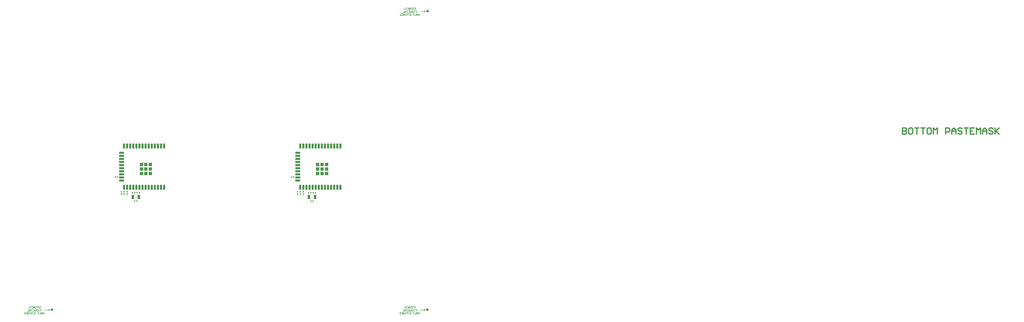
<source format=gbp>
G04*
G04 #@! TF.GenerationSoftware,Altium Limited,Altium Designer,20.1.11 (218)*
G04*
G04 Layer_Color=128*
%FSLAX24Y24*%
%MOIN*%
G70*
G04*
G04 #@! TF.SameCoordinates,2582DA11-84A4-45EB-A450-3A0221363A72*
G04*
G04*
G04 #@! TF.FilePolarity,Positive*
G04*
G01*
G75*
%ADD13C,0.0200*%
G04:AMPARAMS|DCode=23|XSize=20mil|YSize=20mil|CornerRadius=6mil|HoleSize=0mil|Usage=FLASHONLY|Rotation=180.000|XOffset=0mil|YOffset=0mil|HoleType=Round|Shape=RoundedRectangle|*
%AMROUNDEDRECTD23*
21,1,0.0200,0.0080,0,0,180.0*
21,1,0.0080,0.0200,0,0,180.0*
1,1,0.0120,-0.0040,0.0040*
1,1,0.0120,0.0040,0.0040*
1,1,0.0120,0.0040,-0.0040*
1,1,0.0120,-0.0040,-0.0040*
%
%ADD23ROUNDEDRECTD23*%
G04:AMPARAMS|DCode=26|XSize=20mil|YSize=20mil|CornerRadius=6mil|HoleSize=0mil|Usage=FLASHONLY|Rotation=90.000|XOffset=0mil|YOffset=0mil|HoleType=Round|Shape=RoundedRectangle|*
%AMROUNDEDRECTD26*
21,1,0.0200,0.0080,0,0,90.0*
21,1,0.0080,0.0200,0,0,90.0*
1,1,0.0120,0.0040,0.0040*
1,1,0.0120,0.0040,-0.0040*
1,1,0.0120,-0.0040,-0.0040*
1,1,0.0120,-0.0040,0.0040*
%
%ADD26ROUNDEDRECTD26*%
%ADD143C,0.0050*%
G04:AMPARAMS|DCode=283|XSize=76.8mil|YSize=33.5mil|CornerRadius=2.6mil|HoleSize=0mil|Usage=FLASHONLY|Rotation=270.000|XOffset=0mil|YOffset=0mil|HoleType=Round|Shape=RoundedRectangle|*
%AMROUNDEDRECTD283*
21,1,0.0768,0.0283,0,0,270.0*
21,1,0.0717,0.0335,0,0,270.0*
1,1,0.0051,-0.0142,-0.0358*
1,1,0.0051,-0.0142,0.0358*
1,1,0.0051,0.0142,0.0358*
1,1,0.0051,0.0142,-0.0358*
%
%ADD283ROUNDEDRECTD283*%
G04:AMPARAMS|DCode=284|XSize=76.8mil|YSize=33.5mil|CornerRadius=2.6mil|HoleSize=0mil|Usage=FLASHONLY|Rotation=0.000|XOffset=0mil|YOffset=0mil|HoleType=Round|Shape=RoundedRectangle|*
%AMROUNDEDRECTD284*
21,1,0.0768,0.0283,0,0,0.0*
21,1,0.0717,0.0335,0,0,0.0*
1,1,0.0051,0.0358,-0.0142*
1,1,0.0051,-0.0358,-0.0142*
1,1,0.0051,-0.0358,0.0142*
1,1,0.0051,0.0358,0.0142*
%
%ADD284ROUNDEDRECTD284*%
G04:AMPARAMS|DCode=285|XSize=33.5mil|YSize=76.8mil|CornerRadius=2.6mil|HoleSize=0mil|Usage=FLASHONLY|Rotation=0.000|XOffset=0mil|YOffset=0mil|HoleType=Round|Shape=RoundedRectangle|*
%AMROUNDEDRECTD285*
21,1,0.0335,0.0717,0,0,0.0*
21,1,0.0283,0.0768,0,0,0.0*
1,1,0.0051,0.0142,-0.0358*
1,1,0.0051,-0.0142,-0.0358*
1,1,0.0051,-0.0142,0.0358*
1,1,0.0051,0.0142,0.0358*
%
%ADD285ROUNDEDRECTD285*%
G04:AMPARAMS|DCode=286|XSize=50.4mil|YSize=50.4mil|CornerRadius=0mil|HoleSize=0mil|Usage=FLASHONLY|Rotation=270.000|XOffset=0mil|YOffset=0mil|HoleType=Round|Shape=RoundedRectangle|*
%AMROUNDEDRECTD286*
21,1,0.0504,0.0504,0,0,270.0*
21,1,0.0504,0.0504,0,0,270.0*
1,1,0.0000,-0.0252,-0.0252*
1,1,0.0000,-0.0252,0.0252*
1,1,0.0000,0.0252,0.0252*
1,1,0.0000,0.0252,-0.0252*
%
%ADD286ROUNDEDRECTD286*%
G04:AMPARAMS|DCode=287|XSize=68.9mil|YSize=37.4mil|CornerRadius=3mil|HoleSize=0mil|Usage=FLASHONLY|Rotation=270.000|XOffset=0mil|YOffset=0mil|HoleType=Round|Shape=RoundedRectangle|*
%AMROUNDEDRECTD287*
21,1,0.0689,0.0315,0,0,270.0*
21,1,0.0630,0.0374,0,0,270.0*
1,1,0.0059,-0.0157,-0.0315*
1,1,0.0059,-0.0157,0.0315*
1,1,0.0059,0.0157,0.0315*
1,1,0.0059,0.0157,-0.0315*
%
%ADD287ROUNDEDRECTD287*%
G36*
X-28861Y-2497D02*
X-28881D01*
X-28919Y-2505D01*
X-28955Y-2520D01*
X-28987Y-2541D01*
X-29014Y-2569D01*
X-29036Y-2601D01*
X-29051Y-2637D01*
X-29058Y-2675D01*
Y-2694D01*
Y-2714D01*
X-29051Y-2752D01*
X-29036Y-2787D01*
X-29014Y-2820D01*
X-28987Y-2847D01*
X-28955Y-2869D01*
X-28919Y-2883D01*
X-28881Y-2891D01*
X-28861D01*
X-28842D01*
X-28804Y-2883D01*
X-28768Y-2869D01*
X-28736Y-2847D01*
X-28708Y-2820D01*
X-28687Y-2787D01*
X-28672Y-2752D01*
X-28665Y-2714D01*
Y-2694D01*
Y-2675D01*
X-28672Y-2637D01*
X-28687Y-2601D01*
X-28708Y-2569D01*
X-28736Y-2541D01*
X-28768Y-2520D01*
X-28804Y-2505D01*
X-28842Y-2497D01*
X-28861D01*
D01*
D02*
G37*
G36*
X31955D02*
X31936D01*
X31898Y-2505D01*
X31862Y-2520D01*
X31829Y-2541D01*
X31802Y-2569D01*
X31780Y-2601D01*
X31766Y-2637D01*
X31758Y-2675D01*
Y-2694D01*
Y-2714D01*
X31766Y-2752D01*
X31780Y-2787D01*
X31802Y-2820D01*
X31829Y-2847D01*
X31862Y-2869D01*
X31898Y-2883D01*
X31936Y-2891D01*
X31955D01*
X31974D01*
X32012Y-2883D01*
X32048Y-2869D01*
X32080Y-2847D01*
X32108Y-2820D01*
X32129Y-2787D01*
X32144Y-2752D01*
X32152Y-2714D01*
Y-2694D01*
Y-2675D01*
X32144Y-2637D01*
X32129Y-2601D01*
X32108Y-2569D01*
X32080Y-2541D01*
X32048Y-2520D01*
X32012Y-2505D01*
X31974Y-2497D01*
X31955D01*
D01*
D02*
G37*
G36*
X32012Y45963D02*
X31992D01*
X31954Y45955D01*
X31918Y45940D01*
X31886Y45919D01*
X31859Y45891D01*
X31837Y45859D01*
X31822Y45823D01*
X31815Y45785D01*
Y45766D01*
Y45746D01*
X31822Y45708D01*
X31837Y45673D01*
X31859Y45640D01*
X31886Y45613D01*
X31918Y45591D01*
X31954Y45577D01*
X31992Y45569D01*
X32012D01*
X32031D01*
X32069Y45577D01*
X32105Y45591D01*
X32137Y45613D01*
X32164Y45640D01*
X32186Y45673D01*
X32201Y45708D01*
X32208Y45746D01*
Y45766D01*
Y45785D01*
X32201Y45823D01*
X32186Y45859D01*
X32164Y45891D01*
X32137Y45919D01*
X32105Y45940D01*
X32069Y45955D01*
X32031Y45963D01*
X32012D01*
D01*
D02*
G37*
D13*
X108975Y26801D02*
Y25801D01*
X109475D01*
X109642Y25968D01*
Y26135D01*
X109475Y26301D01*
X108975D01*
X109475D01*
X109642Y26468D01*
Y26635D01*
X109475Y26801D01*
X108975D01*
X110475D02*
X110141D01*
X109975Y26635D01*
Y25968D01*
X110141Y25801D01*
X110475D01*
X110641Y25968D01*
Y26635D01*
X110475Y26801D01*
X110975D02*
X111641D01*
X111308D01*
Y25801D01*
X111974Y26801D02*
X112641D01*
X112307D01*
Y25801D01*
X113474Y26801D02*
X113140D01*
X112974Y26635D01*
Y25968D01*
X113140Y25801D01*
X113474D01*
X113640Y25968D01*
Y26635D01*
X113474Y26801D01*
X113974Y25801D02*
Y26801D01*
X114307Y26468D01*
X114640Y26801D01*
Y25801D01*
X115973D02*
Y26801D01*
X116473D01*
X116639Y26635D01*
Y26301D01*
X116473Y26135D01*
X115973D01*
X116973Y25801D02*
Y26468D01*
X117306Y26801D01*
X117639Y26468D01*
Y25801D01*
Y26301D01*
X116973D01*
X118639Y26635D02*
X118472Y26801D01*
X118139D01*
X117972Y26635D01*
Y26468D01*
X118139Y26301D01*
X118472D01*
X118639Y26135D01*
Y25968D01*
X118472Y25801D01*
X118139D01*
X117972Y25968D01*
X118972Y26801D02*
X119638D01*
X119305D01*
Y25801D01*
X120638Y26801D02*
X119972D01*
Y25801D01*
X120638D01*
X119972Y26301D02*
X120305D01*
X120971Y25801D02*
Y26801D01*
X121305Y26468D01*
X121638Y26801D01*
Y25801D01*
X121971D02*
Y26468D01*
X122304Y26801D01*
X122637Y26468D01*
Y25801D01*
Y26301D01*
X121971D01*
X123637Y26635D02*
X123470Y26801D01*
X123137D01*
X122971Y26635D01*
Y26468D01*
X123137Y26301D01*
X123470D01*
X123637Y26135D01*
Y25968D01*
X123470Y25801D01*
X123137D01*
X122971Y25968D01*
X123970Y26801D02*
Y25801D01*
Y26135D01*
X124637Y26801D01*
X124137Y26301D01*
X124637Y25801D01*
D23*
X-16669Y16417D02*
D03*
Y16067D02*
D03*
X-17171Y16406D02*
D03*
Y16056D02*
D03*
X-17624Y16406D02*
D03*
Y16056D02*
D03*
X11890Y16417D02*
D03*
Y16067D02*
D03*
X11388Y16406D02*
D03*
Y16056D02*
D03*
X10935Y16406D02*
D03*
Y16056D02*
D03*
D26*
X-15103Y14932D02*
D03*
X-15453D02*
D03*
X-14732Y16255D02*
D03*
X-15082D02*
D03*
X-15814D02*
D03*
X-15464D02*
D03*
X-18593Y18811D02*
D03*
X-18243D02*
D03*
X13456Y14932D02*
D03*
X13106D02*
D03*
X13827Y16255D02*
D03*
X13477D02*
D03*
X12745D02*
D03*
X13095D02*
D03*
X9966Y18811D02*
D03*
X10316D02*
D03*
D143*
X-29401Y-2644D02*
X-29181Y-2734D01*
X-29391Y-2864D02*
X-29181Y-2734D01*
X-30031Y-2804D02*
X-29181Y-2734D01*
X31472Y45816D02*
X31692Y45726D01*
X31482Y45596D02*
X31692Y45726D01*
X30842Y45656D02*
X31692Y45726D01*
X31415Y-2644D02*
X31635Y-2734D01*
X31425Y-2864D02*
X31635Y-2734D01*
X30785Y-2804D02*
X31635Y-2734D01*
X-30936Y-2234D02*
X-30886Y-2184D01*
X-30786D01*
X-30736Y-2234D01*
Y-2284D01*
X-30786Y-2334D01*
X-30886D01*
X-30936Y-2384D01*
Y-2434D01*
X-30886Y-2484D01*
X-30786D01*
X-30736Y-2434D01*
X-31036Y-2184D02*
X-31236D01*
X-31136D01*
Y-2484D01*
X-31536Y-2184D02*
X-31336D01*
Y-2484D01*
X-31536D01*
X-31336Y-2334D02*
X-31436D01*
X-31636Y-2484D02*
Y-2184D01*
X-31836Y-2484D01*
Y-2184D01*
X-32136Y-2234D02*
X-32086Y-2184D01*
X-31986D01*
X-31936Y-2234D01*
Y-2434D01*
X-31986Y-2484D01*
X-32086D01*
X-32136Y-2434D01*
X-32236Y-2184D02*
X-32336D01*
X-32286D01*
Y-2484D01*
X-32236D01*
X-32336D01*
X-32486Y-2184D02*
Y-2484D01*
X-32686D01*
X-30811Y-2664D02*
X-30611D01*
Y-2814D01*
X-30711D01*
X-30611D01*
Y-2964D01*
X-30911Y-2664D02*
X-31011D01*
X-30961D01*
Y-2964D01*
X-30911D01*
X-31011D01*
X-31161Y-2664D02*
Y-2964D01*
X-31311D01*
X-31361Y-2914D01*
Y-2714D01*
X-31311Y-2664D01*
X-31161D01*
X-31461D02*
Y-2914D01*
X-31511Y-2964D01*
X-31611D01*
X-31661Y-2914D01*
Y-2664D01*
X-31961Y-2714D02*
X-31911Y-2664D01*
X-31811D01*
X-31761Y-2714D01*
Y-2914D01*
X-31811Y-2964D01*
X-31911D01*
X-31961Y-2914D01*
X-32061Y-2664D02*
X-32161D01*
X-32111D01*
Y-2964D01*
X-32061D01*
X-32161D01*
X-32311D02*
Y-2764D01*
X-32411Y-2664D01*
X-32511Y-2764D01*
Y-2964D01*
Y-2814D01*
X-32311D01*
X-32611Y-2664D02*
Y-2964D01*
X-32811D01*
X-30111Y-3144D02*
Y-3444D01*
Y-3294D01*
X-30311D01*
Y-3144D01*
Y-3444D01*
X-30411D02*
Y-3244D01*
X-30511Y-3144D01*
X-30611Y-3244D01*
Y-3444D01*
Y-3294D01*
X-30411D01*
X-30711Y-3144D02*
Y-3444D01*
X-30911D01*
X-31211Y-3144D02*
X-31011D01*
Y-3294D01*
X-31111D01*
X-31011D01*
Y-3444D01*
X-31311Y-3294D02*
X-31511D01*
X-31811Y-3144D02*
X-31611D01*
Y-3444D01*
X-31811D01*
X-31611Y-3294D02*
X-31711D01*
X-31911Y-3144D02*
X-32111D01*
X-32011D01*
Y-3444D01*
X-32411Y-3194D02*
X-32361Y-3144D01*
X-32261D01*
X-32211Y-3194D01*
Y-3394D01*
X-32261Y-3444D01*
X-32361D01*
X-32411Y-3394D01*
X-32511Y-3144D02*
Y-3444D01*
Y-3294D01*
X-32711D01*
Y-3144D01*
Y-3444D01*
X-33010Y-3144D02*
X-32811D01*
Y-3444D01*
X-33010D01*
X-32811Y-3294D02*
X-32910D01*
X-33110Y-3144D02*
Y-3444D01*
X-33260D01*
X-33310Y-3394D01*
Y-3194D01*
X-33260Y-3144D01*
X-33110D01*
X29880Y-2234D02*
X29930Y-2184D01*
X30030D01*
X30080Y-2234D01*
Y-2284D01*
X30030Y-2334D01*
X29930D01*
X29880Y-2384D01*
Y-2434D01*
X29930Y-2484D01*
X30030D01*
X30080Y-2434D01*
X29780Y-2184D02*
X29580D01*
X29680D01*
Y-2484D01*
X29280Y-2184D02*
X29480D01*
Y-2484D01*
X29280D01*
X29480Y-2334D02*
X29380D01*
X29180Y-2484D02*
Y-2184D01*
X28980Y-2484D01*
Y-2184D01*
X28681Y-2234D02*
X28731Y-2184D01*
X28831D01*
X28881Y-2234D01*
Y-2434D01*
X28831Y-2484D01*
X28731D01*
X28681Y-2434D01*
X28581Y-2184D02*
X28481D01*
X28531D01*
Y-2484D01*
X28581D01*
X28481D01*
X28331Y-2184D02*
Y-2484D01*
X28131D01*
X30005Y-2664D02*
X30205D01*
Y-2814D01*
X30105D01*
X30205D01*
Y-2964D01*
X29905Y-2664D02*
X29805D01*
X29855D01*
Y-2964D01*
X29905D01*
X29805D01*
X29655Y-2664D02*
Y-2964D01*
X29505D01*
X29455Y-2914D01*
Y-2714D01*
X29505Y-2664D01*
X29655D01*
X29355D02*
Y-2914D01*
X29305Y-2964D01*
X29205D01*
X29155Y-2914D01*
Y-2664D01*
X28856Y-2714D02*
X28906Y-2664D01*
X29005D01*
X29055Y-2714D01*
Y-2914D01*
X29005Y-2964D01*
X28906D01*
X28856Y-2914D01*
X28756Y-2664D02*
X28656D01*
X28706D01*
Y-2964D01*
X28756D01*
X28656D01*
X28506D02*
Y-2764D01*
X28406Y-2664D01*
X28306Y-2764D01*
Y-2964D01*
Y-2814D01*
X28506D01*
X28206Y-2664D02*
Y-2964D01*
X28006D01*
X30705Y-3144D02*
Y-3444D01*
Y-3294D01*
X30505D01*
Y-3144D01*
Y-3444D01*
X30405D02*
Y-3244D01*
X30305Y-3144D01*
X30205Y-3244D01*
Y-3444D01*
Y-3294D01*
X30405D01*
X30105Y-3144D02*
Y-3444D01*
X29905D01*
X29605Y-3144D02*
X29805D01*
Y-3294D01*
X29705D01*
X29805D01*
Y-3444D01*
X29505Y-3294D02*
X29305D01*
X29005Y-3144D02*
X29205D01*
Y-3444D01*
X29005D01*
X29205Y-3294D02*
X29105D01*
X28906Y-3144D02*
X28706D01*
X28806D01*
Y-3444D01*
X28406Y-3194D02*
X28456Y-3144D01*
X28556D01*
X28606Y-3194D01*
Y-3394D01*
X28556Y-3444D01*
X28456D01*
X28406Y-3394D01*
X28306Y-3144D02*
Y-3444D01*
Y-3294D01*
X28106D01*
Y-3144D01*
Y-3444D01*
X27806Y-3144D02*
X28006D01*
Y-3444D01*
X27806D01*
X28006Y-3294D02*
X27906D01*
X27706Y-3144D02*
Y-3444D01*
X27556D01*
X27506Y-3394D01*
Y-3194D01*
X27556Y-3144D01*
X27706D01*
X29937Y46226D02*
X29987Y46276D01*
X30087D01*
X30137Y46226D01*
Y46176D01*
X30087Y46126D01*
X29987D01*
X29937Y46076D01*
Y46026D01*
X29987Y45976D01*
X30087D01*
X30137Y46026D01*
X29837Y46276D02*
X29637D01*
X29737D01*
Y45976D01*
X29337Y46276D02*
X29537D01*
Y45976D01*
X29337D01*
X29537Y46126D02*
X29437D01*
X29237Y45976D02*
Y46276D01*
X29037Y45976D01*
Y46276D01*
X28737Y46226D02*
X28787Y46276D01*
X28887D01*
X28937Y46226D01*
Y46026D01*
X28887Y45976D01*
X28787D01*
X28737Y46026D01*
X28637Y46276D02*
X28537D01*
X28587D01*
Y45976D01*
X28637D01*
X28537D01*
X28387Y46276D02*
Y45976D01*
X28187D01*
X30062Y45796D02*
X30262D01*
Y45646D01*
X30162D01*
X30262D01*
Y45496D01*
X29962Y45796D02*
X29862D01*
X29912D01*
Y45496D01*
X29962D01*
X29862D01*
X29712Y45796D02*
Y45496D01*
X29562D01*
X29512Y45546D01*
Y45746D01*
X29562Y45796D01*
X29712D01*
X29412D02*
Y45546D01*
X29362Y45496D01*
X29262D01*
X29212Y45546D01*
Y45796D01*
X28912Y45746D02*
X28962Y45796D01*
X29062D01*
X29112Y45746D01*
Y45546D01*
X29062Y45496D01*
X28962D01*
X28912Y45546D01*
X28812Y45796D02*
X28712D01*
X28762D01*
Y45496D01*
X28812D01*
X28712D01*
X28562D02*
Y45696D01*
X28462Y45796D01*
X28362Y45696D01*
Y45496D01*
Y45646D01*
X28562D01*
X28262Y45796D02*
Y45496D01*
X28062D01*
X30762Y45316D02*
Y45016D01*
Y45166D01*
X30562D01*
Y45316D01*
Y45016D01*
X30462D02*
Y45216D01*
X30362Y45316D01*
X30262Y45216D01*
Y45016D01*
Y45166D01*
X30462D01*
X30162Y45316D02*
Y45016D01*
X29962D01*
X29662Y45316D02*
X29862D01*
Y45166D01*
X29762D01*
X29862D01*
Y45016D01*
X29562Y45166D02*
X29362D01*
X29062Y45316D02*
X29262D01*
Y45016D01*
X29062D01*
X29262Y45166D02*
X29162D01*
X28962Y45316D02*
X28762D01*
X28862D01*
Y45016D01*
X28462Y45266D02*
X28512Y45316D01*
X28612D01*
X28662Y45266D01*
Y45066D01*
X28612Y45016D01*
X28512D01*
X28462Y45066D01*
X28362Y45316D02*
Y45016D01*
Y45166D01*
X28162D01*
Y45316D01*
Y45016D01*
X27862Y45316D02*
X28062D01*
Y45016D01*
X27862D01*
X28062Y45166D02*
X27962D01*
X27763Y45316D02*
Y45016D01*
X27613D01*
X27563Y45066D01*
Y45266D01*
X27613Y45316D01*
X27763D01*
D283*
X-10688Y23861D02*
D03*
X-11188D02*
D03*
X-11688D02*
D03*
X-12188D02*
D03*
X-12688D02*
D03*
X-13188D02*
D03*
X-13688D02*
D03*
X-14188D02*
D03*
X-14688D02*
D03*
X-15188D02*
D03*
X-15688D02*
D03*
X-16188D02*
D03*
X-16688D02*
D03*
X-17188D02*
D03*
Y17168D02*
D03*
X-16688D02*
D03*
X-16188D02*
D03*
X-15688D02*
D03*
X-15188D02*
D03*
X-14688D02*
D03*
X-14188D02*
D03*
X-13688D02*
D03*
X-13188D02*
D03*
X-12688D02*
D03*
X-12188D02*
D03*
X-11688D02*
D03*
X-11188D02*
D03*
X17871Y23861D02*
D03*
X17371D02*
D03*
X16871D02*
D03*
X16371D02*
D03*
X15871D02*
D03*
X15371D02*
D03*
X14871D02*
D03*
X14371D02*
D03*
X13871D02*
D03*
X13371D02*
D03*
X12871D02*
D03*
X12371D02*
D03*
X11871D02*
D03*
X11371D02*
D03*
Y17168D02*
D03*
X11871D02*
D03*
X12371D02*
D03*
X12871D02*
D03*
X13371D02*
D03*
X13871D02*
D03*
X14371D02*
D03*
X14871D02*
D03*
X15371D02*
D03*
X15871D02*
D03*
X16371D02*
D03*
X16871D02*
D03*
X17371D02*
D03*
D284*
X-17582Y18265D02*
D03*
Y19765D02*
D03*
Y20765D02*
D03*
Y22265D02*
D03*
Y19265D02*
D03*
Y18765D02*
D03*
Y20265D02*
D03*
Y21765D02*
D03*
Y22765D02*
D03*
Y21265D02*
D03*
X10977Y18265D02*
D03*
Y19765D02*
D03*
Y20765D02*
D03*
Y22265D02*
D03*
Y19265D02*
D03*
Y18765D02*
D03*
Y20265D02*
D03*
Y21765D02*
D03*
Y22765D02*
D03*
Y21265D02*
D03*
D285*
X-10688Y17168D02*
D03*
X17871D02*
D03*
D286*
X-13641Y19398D02*
D03*
Y20843D02*
D03*
X-12918D02*
D03*
X-13641Y20121D02*
D03*
X-14363Y20843D02*
D03*
Y20121D02*
D03*
Y19398D02*
D03*
X-12918Y20121D02*
D03*
Y19398D02*
D03*
X14918D02*
D03*
Y20843D02*
D03*
X15641D02*
D03*
X14918Y20121D02*
D03*
X14196Y20843D02*
D03*
Y20121D02*
D03*
Y19398D02*
D03*
X15641Y20121D02*
D03*
Y19398D02*
D03*
D287*
X-14785Y15594D02*
D03*
X-15769D02*
D03*
X13774D02*
D03*
X12790D02*
D03*
M02*

</source>
